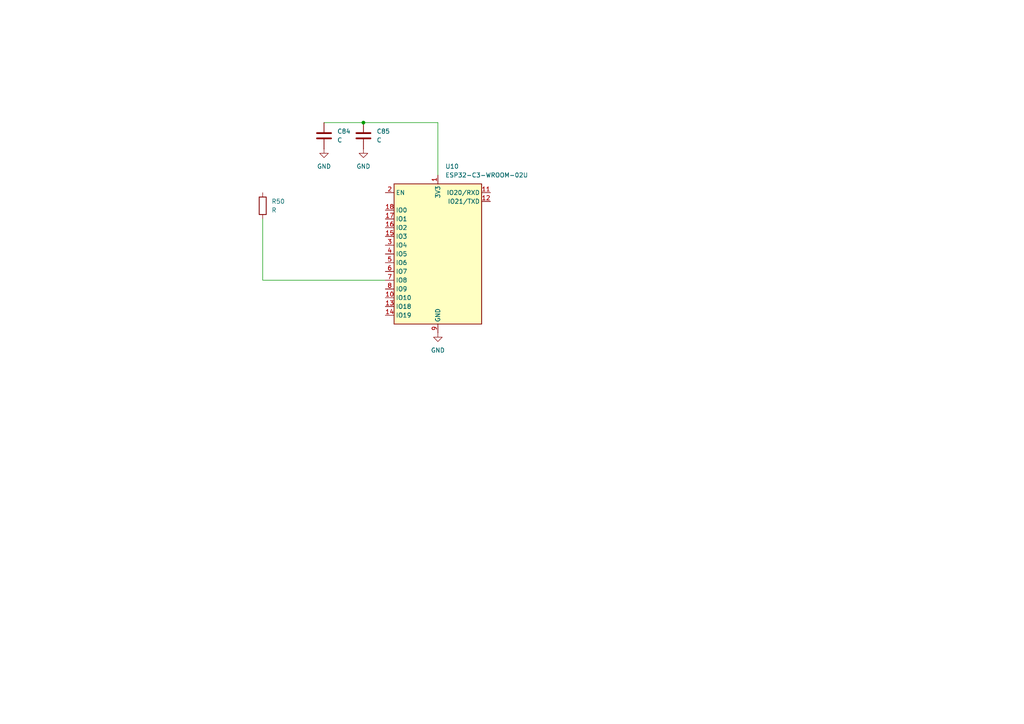
<source format=kicad_sch>
(kicad_sch (version 20250114) (generator "eeschema") (generator_version "9.0")
  (paper "A4")
  (lib_symbols
    (symbol "Device:C" (pin_numbers (hide yes)) (pin_names (offset 0.254))
      (property "Reference" "C" (at 0.635 2.54 0))
      (property "Value" "C" (at 0.635 -2.54 0))
      (symbol "C_0_1"
        (polyline (pts (xy -2.032 0.762) (xy 2.032 0.762)) (stroke (width 0.508)))
        (polyline (pts (xy -2.032 -0.762) (xy 2.032 -0.762)) (stroke (width 0.508)))
      )
      (symbol "C_1_1"
        (pin passive line (at 0 3.81 270) (length 2.794) (name "~") (number "1"))
        (pin passive line (at 0 -3.81 90) (length 2.794) (name "~") (number "2"))
      )
    )
    (symbol "Device:R" (pin_numbers (hide yes)) (pin_names (offset 0))
      (property "Reference" "R" (at 2.032 0 90))
      (property "Value" "R" (at 0 0 90))
      (symbol "R_0_1"
        (rectangle (start -1.016 -2.54) (end 1.016 2.54) (stroke (width 0.254)))
      )
      (symbol "R_1_1"
        (pin passive line (at 0 3.81 270) (length 1.27) (name "~") (number "1"))
        (pin passive line (at 0 -3.81 90) (length 1.27) (name "~") (number "2"))
      )
    )
    (symbol "RF_Module:ESP32-C3-WROOM-02U"
      (property "Reference" "U" (at -12.192 21.336 0))
      (property "Value" "ESP32-C3-WROOM-02U" (at 12.7 21.336 0))
      (symbol "ESP32-C3-WROOM-02U_1_1"
        (rectangle (start -12.7 20.32) (end 12.7 -20.32) (stroke (width 0.254)) (fill (type background)))
        (pin input line (at -15.24 17.78 0) (length 2.54) (name "EN") (number "2"))
        (pin bidirectional line (at -15.24 12.7 0) (length 2.54) (name "IO0") (number "18"))
        (pin bidirectional line (at -15.24 10.16 0) (length 2.54) (name "IO1") (number "17"))
        (pin bidirectional line (at -15.24 7.62 0) (length 2.54) (name "IO2") (number "16"))
        (pin bidirectional line (at -15.24 5.08 0) (length 2.54) (name "IO3") (number "15"))
        (pin bidirectional line (at -15.24 2.54 0) (length 2.54) (name "IO4") (number "3"))
        (pin bidirectional line (at -15.24 0 0) (length 2.54) (name "IO5") (number "4"))
        (pin bidirectional line (at -15.24 -2.54 0) (length 2.54) (name "IO6") (number "5"))
        (pin bidirectional line (at -15.24 -5.08 0) (length 2.54) (name "IO7") (number "6"))
        (pin bidirectional line (at -15.24 -7.62 0) (length 2.54) (name "IO8") (number "7"))
        (pin bidirectional line (at -15.24 -10.16 0) (length 2.54) (name "IO9") (number "8"))
        (pin bidirectional line (at -15.24 -12.7 0) (length 2.54) (name "IO10") (number "10"))
        (pin bidirectional line (at -15.24 -15.24 0) (length 2.54) (name "IO18") (number "13"))
        (pin bidirectional line (at -15.24 -17.78 0) (length 2.54) (name "IO19") (number "14"))
        (pin power_in line (at 0 22.86 270) (length 2.54) (name "3V3") (number "1"))
        (pin passive line (at 0 -22.86 90) (length 2.54) (hide yes) (name "GND") (number "19"))
        (pin power_in line (at 0 -22.86 90) (length 2.54) (name "GND") (number "9"))
        (pin bidirectional line (at 15.24 17.78 180) (length 2.54) (name "IO20/RXD") (number "11"))
        (pin bidirectional line (at 15.24 15.24 180) (length 2.54) (name "IO21/TXD") (number "12"))
      )
    )
    (symbol "power:GND" (power) (pin_numbers (hide yes)) (pin_names (offset 0) (hide yes))
      (property "Value" "GND" (at 0 -3.81 0))
      (symbol "GND_0_1"
        (polyline (pts (xy 0 0) (xy 0 -1.27) (xy 1.27 -1.27) (xy 0 -2.54) (xy -1.27 -1.27) (xy 0 -1.27)))
      )
      (symbol "GND_1_1"
        (pin power_in line (at 0 0 270) (length 0) (name "~") (number "1"))
      )
    )
  )
  (junction (at 105.41 35.56))
  (wire (pts (xy 76.2 81.28) (xy 76.2 63.5)))
  (wire (pts (xy 111.76 81.28) (xy 76.2 81.28)))
  (wire (pts (xy 127 50.8) (xy 127 35.56)))
  (wire (pts (xy 105.41 35.56) (xy 93.98 35.56)))
  (wire (pts (xy 127 35.56) (xy 105.41 35.56)))
  (symbol (lib_id "power:GND") (at 127 96.52 0) (unit 1)
    (property "Reference" "#PWR0124" (effects (hide yes)))
    (property "Value" "GND" (at 127 101.6 0))
    (property "Description" "Power symbol creates a global label with name \"GND\" , ground" (effects (hide yes)))
  )
  (symbol (lib_id "RF_Module:ESP32-C3-WROOM-02U") (at 127 73.66 0) (unit 1)
    (property "Reference" "U10" (at 129.1433 48.26 0) (effects (justify left)))
    (property "Value" "ESP32-C3-WROOM-02U" (at 129.1433 50.8 0) (effects (justify left)))
    (property "Footprint" "RF_Module:ESP32-C3-WROOM-02U" (effects (hide yes)))
    (property "Datasheet" "https://www.espressif.com/sites/default/files/documentation/esp32-c3-wroom-02_datasheet_en.pdf" (effects (hide yes)))
    (property "Description" "802.11 b/g/n Wi­Fi and Bluetooth 5 module, ESP32­C3 SoC, RISC­V microprocessor, On-board antenna" (effects (hide yes)))
  )
  (symbol (lib_id "Device:C") (at 93.98 39.37 0) (unit 1)
    (property "Reference" "C84" (at 97.79 38.0999 0) (effects (justify left)))
    (property "Value" "C" (at 97.79 40.6399 0) (effects (justify left)))
    (property "Description" "Unpolarized capacitor" (effects (hide yes)))
  )
  (symbol (lib_id "power:GND") (at 105.41 43.18 0) (unit 1)
    (property "Reference" "#PWR0123" (effects (hide yes)))
    (property "Value" "GND" (at 105.41 48.26 0))
    (property "Description" "Power symbol creates a global label with name \"GND\" , ground" (effects (hide yes)))
  )
  (symbol (lib_id "power:GND") (at 93.98 43.18 0) (unit 1)
    (property "Reference" "#PWR0122" (effects (hide yes)))
    (property "Value" "GND" (at 93.98 48.26 0))
    (property "Description" "Power symbol creates a global label with name \"GND\" , ground" (effects (hide yes)))
  )
  (symbol (lib_id "Device:C") (at 105.41 39.37 0) (unit 1)
    (property "Reference" "C85" (at 109.22 38.0999 0) (effects (justify left)))
    (property "Value" "C" (at 109.22 40.6399 0) (effects (justify left)))
    (property "Description" "Unpolarized capacitor" (effects (hide yes)))
  )
  (symbol (lib_id "Device:R") (at 76.2 59.69 180) (unit 1)
    (property "Reference" "R50" (at 78.74 58.4199 0) (effects (justify right)))
    (property "Value" "R" (at 78.74 60.9599 0) (effects (justify right)))
    (property "Description" "Resistor" (effects (hide yes)))
  )
)
</source>
